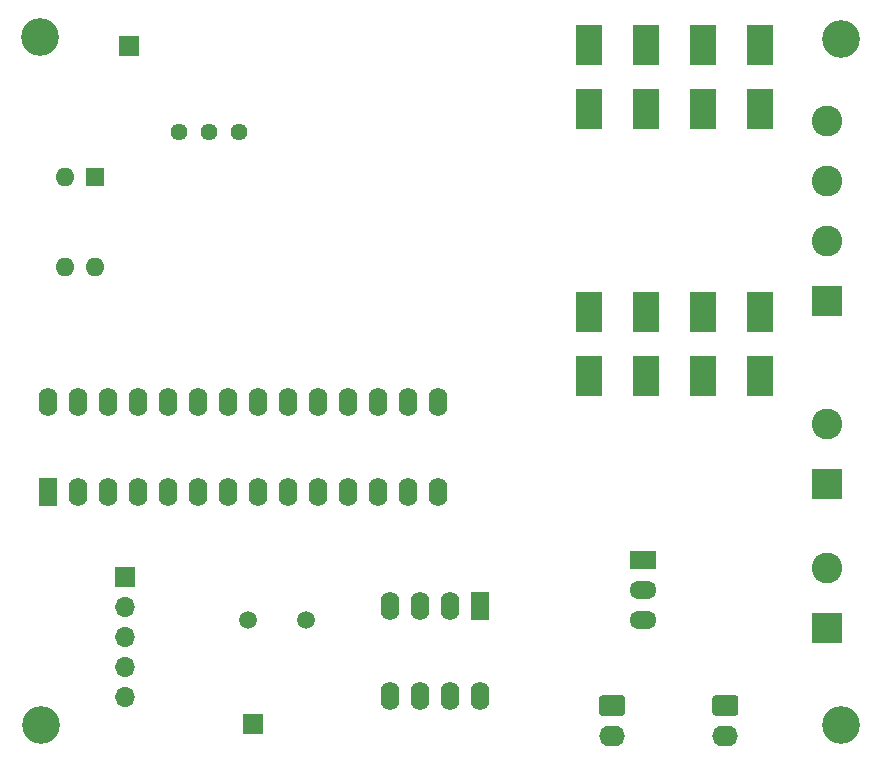
<source format=gbr>
%TF.GenerationSoftware,KiCad,Pcbnew,(5.1.10)-1*%
%TF.CreationDate,2022-05-23T16:08:43+02:00*%
%TF.ProjectId,Schrittmotoransteuerung2_0,53636872-6974-4746-9d6f-746f72616e73,rev?*%
%TF.SameCoordinates,Original*%
%TF.FileFunction,Soldermask,Bot*%
%TF.FilePolarity,Negative*%
%FSLAX46Y46*%
G04 Gerber Fmt 4.6, Leading zero omitted, Abs format (unit mm)*
G04 Created by KiCad (PCBNEW (5.1.10)-1) date 2022-05-23 16:08:43*
%MOMM*%
%LPD*%
G01*
G04 APERTURE LIST*
%ADD10R,2.300000X3.500000*%
%ADD11C,3.200000*%
%ADD12R,1.600000X2.400000*%
%ADD13O,1.600000X2.400000*%
%ADD14O,2.190000X1.740000*%
%ADD15C,2.600000*%
%ADD16R,2.600000X2.600000*%
%ADD17R,1.700000X1.700000*%
%ADD18O,1.700000X1.700000*%
%ADD19C,1.440000*%
%ADD20R,1.600000X1.600000*%
%ADD21O,1.600000X1.600000*%
%ADD22R,2.300000X1.500000*%
%ADD23O,2.300000X1.500000*%
%ADD24C,1.500000*%
G04 APERTURE END LIST*
D10*
%TO.C,D1*%
X99187000Y-57945000D03*
X99187000Y-52545000D03*
%TD*%
%TO.C,D2*%
X94361000Y-52545000D03*
X94361000Y-57945000D03*
%TD*%
%TO.C,D3*%
X94361000Y-29939000D03*
X94361000Y-35339000D03*
%TD*%
%TO.C,D4*%
X99187000Y-35339000D03*
X99187000Y-29939000D03*
%TD*%
%TO.C,D5*%
X104013000Y-52545000D03*
X104013000Y-57945000D03*
%TD*%
%TO.C,D6*%
X89535000Y-57945000D03*
X89535000Y-52545000D03*
%TD*%
%TO.C,D7*%
X89535000Y-35339000D03*
X89535000Y-29939000D03*
%TD*%
%TO.C,D8*%
X104013000Y-29939000D03*
X104013000Y-35339000D03*
%TD*%
D11*
%TO.C,H1*%
X43116500Y-87503000D03*
%TD*%
%TO.C,H2*%
X110871000Y-29400500D03*
%TD*%
%TO.C,H3*%
X110871000Y-87503000D03*
%TD*%
%TO.C,H4*%
X43053000Y-29210000D03*
%TD*%
D12*
%TO.C,IC1*%
X80327500Y-77406500D03*
D13*
X72707500Y-85026500D03*
X77787500Y-77406500D03*
X75247500Y-85026500D03*
X75247500Y-77406500D03*
X77787500Y-85026500D03*
X72707500Y-77406500D03*
X80327500Y-85026500D03*
%TD*%
D12*
%TO.C,IC2*%
X43751500Y-67754500D03*
D13*
X76771500Y-60134500D03*
X46291500Y-67754500D03*
X74231500Y-60134500D03*
X48831500Y-67754500D03*
X71691500Y-60134500D03*
X51371500Y-67754500D03*
X69151500Y-60134500D03*
X53911500Y-67754500D03*
X66611500Y-60134500D03*
X56451500Y-67754500D03*
X64071500Y-60134500D03*
X58991500Y-67754500D03*
X61531500Y-60134500D03*
X61531500Y-67754500D03*
X58991500Y-60134500D03*
X64071500Y-67754500D03*
X56451500Y-60134500D03*
X66611500Y-67754500D03*
X53911500Y-60134500D03*
X69151500Y-67754500D03*
X51371500Y-60134500D03*
X71691500Y-67754500D03*
X48831500Y-60134500D03*
X74231500Y-67754500D03*
X46291500Y-60134500D03*
X76771500Y-67754500D03*
X43751500Y-60134500D03*
%TD*%
%TO.C,J1*%
G36*
G01*
X90658499Y-84982000D02*
X92348501Y-84982000D01*
G75*
G02*
X92598500Y-85231999I0J-249999D01*
G01*
X92598500Y-86472001D01*
G75*
G02*
X92348501Y-86722000I-249999J0D01*
G01*
X90658499Y-86722000D01*
G75*
G02*
X90408500Y-86472001I0J249999D01*
G01*
X90408500Y-85231999D01*
G75*
G02*
X90658499Y-84982000I249999J0D01*
G01*
G37*
D14*
X91503500Y-88392000D03*
%TD*%
D15*
%TO.C,J2*%
X109728000Y-74168000D03*
D16*
X109728000Y-79248000D03*
%TD*%
D14*
%TO.C,J3*%
X101092000Y-88392000D03*
G36*
G01*
X100246999Y-84982000D02*
X101937001Y-84982000D01*
G75*
G02*
X102187000Y-85231999I0J-249999D01*
G01*
X102187000Y-86472001D01*
G75*
G02*
X101937001Y-86722000I-249999J0D01*
G01*
X100246999Y-86722000D01*
G75*
G02*
X99997000Y-86472001I0J249999D01*
G01*
X99997000Y-85231999D01*
G75*
G02*
X100246999Y-84982000I249999J0D01*
G01*
G37*
%TD*%
D16*
%TO.C,J4*%
X109728000Y-67056000D03*
D15*
X109728000Y-61976000D03*
%TD*%
D17*
%TO.C,J5*%
X61087000Y-87376000D03*
%TD*%
%TO.C,J6*%
X50609500Y-30035500D03*
%TD*%
%TO.C,J8*%
X50292000Y-74993500D03*
D18*
X50292000Y-77533500D03*
X50292000Y-80073500D03*
X50292000Y-82613500D03*
X50292000Y-85153500D03*
%TD*%
D16*
%TO.C,J9*%
X109728000Y-51562000D03*
D15*
X109728000Y-46482000D03*
X109728000Y-41402000D03*
X109728000Y-36322000D03*
%TD*%
D19*
%TO.C,RV10k1*%
X59880500Y-37274500D03*
X57340500Y-37274500D03*
X54800500Y-37274500D03*
%TD*%
D20*
%TO.C,SW1*%
X47688500Y-41084500D03*
D21*
X45148500Y-48704500D03*
X45148500Y-41084500D03*
X47688500Y-48704500D03*
%TD*%
D22*
%TO.C,U1*%
X94107000Y-73533000D03*
D23*
X94107000Y-76073000D03*
X94107000Y-78613000D03*
%TD*%
D24*
%TO.C,Y1*%
X60706000Y-78613000D03*
X65586000Y-78613000D03*
%TD*%
M02*

</source>
